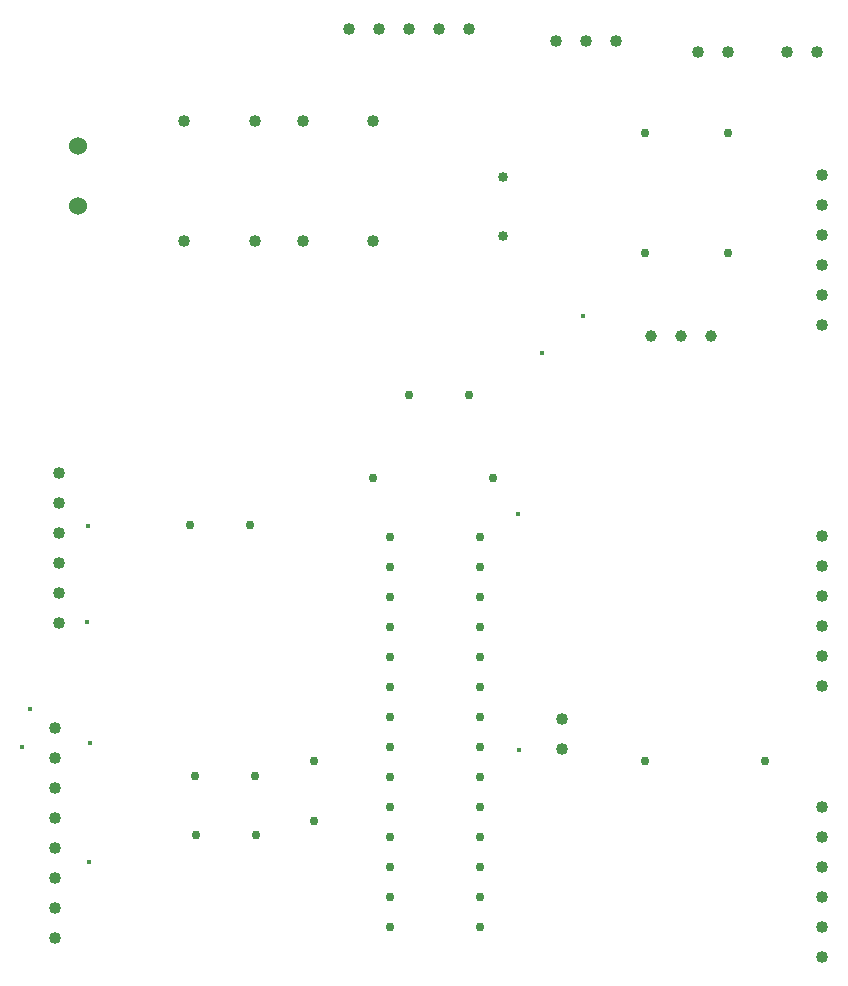
<source format=gbr>
G04 PROTEUS GERBER X2 FILE*
%TF.GenerationSoftware,Labcenter,Proteus,8.7-SP3-Build25561*%
%TF.CreationDate,2018-12-01T16:26:02+00:00*%
%TF.FileFunction,Plated,0,2,PTH*%
%TF.FilePolarity,Positive*%
%TF.Part,Single*%
%TF.SameCoordinates,{6994f0fc-588b-4978-b2a0-abdd5f5918e5}*%
%FSLAX45Y45*%
%MOMM*%
G01*
%TA.AperFunction,ViaDrill*%
%ADD23C,0.381000*%
%TA.AperFunction,ComponentDrill*%
%ADD24C,1.524000*%
%ADD25C,1.016000*%
%ADD26C,0.850000*%
%TA.AperFunction,ComponentDrill*%
%ADD27C,1.000000*%
%TA.AperFunction,ComponentDrill*%
%ADD28C,0.762000*%
%TD.AperFunction*%
D23*
X+1270000Y+1968500D03*
X-3406021Y-1355164D03*
X-3471761Y-1683870D03*
X+930491Y+1653459D03*
X+730921Y-1703430D03*
X+720511Y+295258D03*
X-2901192Y-1649854D03*
X-2906461Y-2652461D03*
X-2921000Y+190500D03*
X-2921168Y-622311D03*
D24*
X-3000000Y+2900000D03*
X-3000000Y+3408000D03*
D25*
X-2100000Y+2600000D03*
X-2100000Y+3616000D03*
X-1500000Y+3616000D03*
X-1500000Y+2600000D03*
X-1100000Y+3616000D03*
X-1100000Y+2600000D03*
X-500000Y+3616000D03*
X-500000Y+2600000D03*
D26*
X+600000Y+2650000D03*
X+600000Y+3150000D03*
D27*
X+2354000Y+1800000D03*
X+2100000Y+1800000D03*
X+1846000Y+1800000D03*
D25*
X+1046000Y+4300000D03*
X+1300000Y+4300000D03*
X+1554000Y+4300000D03*
X-708000Y+4400000D03*
X-454000Y+4400000D03*
X-200000Y+4400000D03*
X+54000Y+4400000D03*
X+308000Y+4400000D03*
D28*
X+1800000Y+3516000D03*
X+1800000Y+2500000D03*
X+2500000Y+3516000D03*
X+2500000Y+2500000D03*
D25*
X+2246000Y+4200000D03*
X+2500000Y+4200000D03*
X+3000000Y+4200000D03*
X+3254000Y+4200000D03*
X+3300000Y+3162000D03*
X+3300000Y+2908000D03*
X+3300000Y+2654000D03*
X+3300000Y+2400000D03*
X+3300000Y+2146000D03*
X+3300000Y+1892000D03*
D28*
X-362000Y+102000D03*
X-362000Y-152000D03*
X-362000Y-406000D03*
X-362000Y-660000D03*
X-362000Y-914000D03*
X-362000Y-1168000D03*
X-362000Y-1422000D03*
X-362000Y-1676000D03*
X-362000Y-1930000D03*
X-362000Y-2184000D03*
X-362000Y-2438000D03*
X-362000Y-2692000D03*
X-362000Y-2946000D03*
X-362000Y-3200000D03*
X+400000Y-3200000D03*
X+400000Y-2946000D03*
X+400000Y-2692000D03*
X+400000Y-2438000D03*
X+400000Y-2184000D03*
X+400000Y-1930000D03*
X+400000Y-1676000D03*
X+400000Y-1422000D03*
X+400000Y-1168000D03*
X+400000Y-914000D03*
X+400000Y-660000D03*
X+400000Y-406000D03*
X+400000Y-152000D03*
X+400000Y+100000D03*
X-1000000Y-2308000D03*
X-1000000Y-1800000D03*
X-1500000Y-1927000D03*
X-2008000Y-1927000D03*
X-1492000Y-2427000D03*
X-2000000Y-2427000D03*
X+308000Y+1300000D03*
X-200000Y+1300000D03*
D25*
X+1100000Y-1700000D03*
X+1100000Y-1446000D03*
X+3300000Y+108000D03*
X+3300000Y-146000D03*
X+3300000Y-400000D03*
X+3300000Y-654000D03*
X+3300000Y-908000D03*
X+3300000Y-1162000D03*
X+3300000Y-2184000D03*
X+3300000Y-2438000D03*
X+3300000Y-2692000D03*
X+3300000Y-2946000D03*
X+3300000Y-3200000D03*
X+3300000Y-3454000D03*
X-3200000Y-3300000D03*
X-3200000Y-3046000D03*
X-3200000Y-2792000D03*
X-3200000Y-2538000D03*
X-3200000Y-2284000D03*
X-3200000Y-2030000D03*
X-3200000Y-1776000D03*
X-3200000Y-1522000D03*
X-3163500Y+641500D03*
X-3163500Y+387500D03*
X-3163500Y+133500D03*
X-3163500Y-120500D03*
X-3163500Y-374500D03*
X-3163500Y-628500D03*
D28*
X-500000Y+600000D03*
X+516000Y+600000D03*
X+1800000Y-1800000D03*
X+2816000Y-1800000D03*
X-2050000Y+200000D03*
X-1542000Y+200000D03*
M02*

</source>
